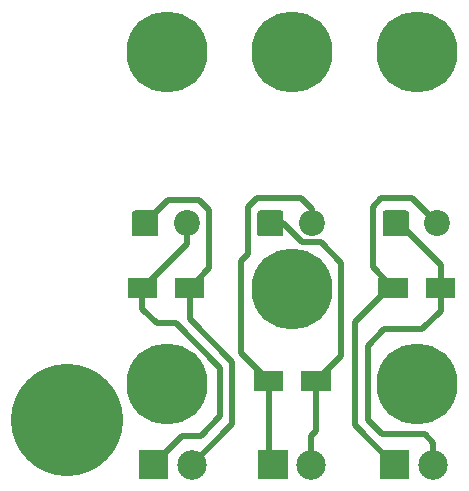
<source format=gtl>
G04 start of page 2 for group 3 layer_idx 0 *
G04 Title: (unknown), top_copper *
G04 Creator: pcb-rnd 2.2.1 *
G04 CreationDate: 2020-06-04 21:46:31 UTC *
G04 For:  *
G04 Format: Gerber/RS-274X *
G04 PCB-Dimensions: 500000 500000 *
G04 PCB-Coordinate-Origin: lower left *
%MOIN*%
%FSLAX25Y25*%
%LNTOP_COPPER_NONE_3*%
%ADD20C,0.0394*%
%ADD19C,0.0591*%
%ADD18C,0.3150*%
%ADD17C,0.1285*%
%ADD16C,0.0866*%
%ADD15C,0.0984*%
%ADD14C,0.0001*%
%ADD13C,0.3740*%
%ADD12C,0.2700*%
%ADD11C,0.0200*%
G54D11*X192913Y151969D02*X191929Y150984D01*
X192913Y172480D02*Y172638D01*
X200591Y180315D01*
X191929Y150984D02*Y144094D01*
X206693Y151969D02*X207677Y150984D01*
X206693Y165748D02*X193012Y152067D01*
X214173Y157480D02*X207677Y150984D01*
X210827Y180315D02*X200591D01*
X191929Y144094D02*X196850Y139173D01*
X214173Y176969D02*Y157480D01*
X196850Y139173D02*X203150D01*
X207677Y140551D02*Y150984D01*
X206693Y172480D02*Y165748D01*
X248425Y170669D02*Y177362D01*
X234488Y172480D02*X238937D01*
X245276Y166142D01*
X268701Y177953D02*Y157874D01*
X275591Y150984D01*
X245276Y166142D02*X251378D01*
X258071Y159449D01*
X275591Y150984D02*X274016D01*
X232874Y121260D02*X234055Y120079D01*
X276417Y151811D02*X275591Y150984D01*
X258071Y159449D02*Y128346D01*
X274016Y150984D02*X262795Y139764D01*
X267126Y131693D02*X272638Y137205D01*
X285236D01*
X291339Y143307D01*
Y150394D01*
X258071Y128346D02*X249803Y120079D01*
X234055D02*Y93504D01*
X249803Y120079D02*Y103346D01*
X234055Y93504D02*X235433Y92126D01*
X249803Y103346D02*X248228Y101772D01*
Y92126D01*
X248228Y92126D01*
X275984Y92126D02*X275984Y92126D01*
X262795Y105315D02*X275984Y92126D01*
X271850Y102165D02*X267126Y106890D01*
X288780Y92126D02*Y99409D01*
X286024Y102165D01*
X271850D01*
X267126Y106890D02*Y131693D01*
X262795Y139764D02*Y105315D01*
X248425Y177362D02*X244882Y180906D01*
X271654D02*X268701Y177953D01*
X276417Y172480D02*X277520D01*
X290197D02*X290118D01*
X281693Y180906D01*
X271654D01*
X277520Y172480D02*X291339Y158661D01*
Y150984D01*
X290197Y152126D02*X291535Y150787D01*
X291339Y150394D02*X291634Y150689D01*
X244882Y180906D02*X230118D01*
X227165Y177953D01*
X210827Y180315D02*X214173Y176969D01*
X227165Y177953D02*Y162402D01*
X224803Y160039D01*
Y129331D01*
X234055Y120079D01*
X217913Y124409D02*Y108268D01*
X211417Y101772D01*
X205315D01*
X221850Y126378D02*Y105512D01*
X205315Y101772D02*X195669Y92126D01*
X203150Y139173D02*X217913Y124409D01*
X207677Y140551D02*X221850Y126378D01*
Y105512D02*X208465Y92126D01*
G54D12*X241929Y229528D03*
X200197D03*
X283661Y229488D03*
G54D13*X166929Y107087D03*
G54D12*X241929Y150787D03*
X200197Y119094D03*
G54D14*G36*
X187008Y154331D02*X196850D01*
Y147638D01*
X187008D01*
Y154331D01*
G37*
G36*
X202756D02*X212598D01*
Y147638D01*
X202756D01*
Y154331D01*
G37*
G36*
X229134Y123425D02*X238976D01*
Y116732D01*
X229134D01*
Y123425D01*
G37*
G54D12*X283661Y119055D03*
G54D14*G36*
X271063Y97047D02*X280905D01*
Y87205D01*
X271063D01*
Y97047D01*
G37*
G54D15*X288780Y92126D03*
G54D14*G36*
X270669Y154331D02*X280512D01*
Y147638D01*
X270669D01*
Y154331D01*
G37*
G36*
X286417D02*X296260D01*
Y147638D01*
X286417D01*
Y154331D01*
G37*
G36*
X244882Y123425D02*X254724D01*
Y116732D01*
X244882D01*
Y123425D01*
G37*
G36*
X280738Y176029D02*X280678Y176330D01*
X280507Y176585D01*
X280252Y176756D01*
X279951Y176816D01*
X272864D01*
X272563Y176756D01*
X272307Y176585D01*
X272136Y176330D01*
X272077Y176029D01*
Y168942D01*
X272136Y168641D01*
X272307Y168385D01*
X272563Y168215D01*
X272864Y168155D01*
X279951D01*
X280252Y168215D01*
X280507Y168385D01*
X280678Y168641D01*
X280738Y168942D01*
Y176029D01*
G37*
G54D16*X290187Y172485D03*
G54D14*G36*
X190748Y97047D02*X200591D01*
Y87205D01*
X190748D01*
Y97047D01*
G37*
G36*
X197244Y176024D02*X197184Y176325D01*
X197013Y176580D01*
X196758Y176751D01*
X196457Y176811D01*
X189370D01*
X189069Y176751D01*
X188813Y176580D01*
X188643Y176325D01*
X188583Y176024D01*
Y168937D01*
X188643Y168636D01*
X188813Y168380D01*
X189069Y168210D01*
X189370Y168150D01*
X196457D01*
X196758Y168210D01*
X197013Y168380D01*
X197184Y168636D01*
X197244Y168937D01*
Y176024D01*
G37*
G54D16*X206693Y172480D03*
G54D15*X208465Y92126D03*
G54D14*G36*
X230512Y97047D02*X240354D01*
Y87205D01*
X230512D01*
Y97047D01*
G37*
G36*
X238976Y176024D02*X238916Y176325D01*
X238746Y176580D01*
X238490Y176751D01*
X238189Y176811D01*
X231102D01*
X230801Y176751D01*
X230546Y176580D01*
X230375Y176325D01*
X230315Y176024D01*
Y168937D01*
X230375Y168636D01*
X230546Y168380D01*
X230801Y168210D01*
X231102Y168150D01*
X238189D01*
X238490Y168210D01*
X238746Y168380D01*
X238916Y168636D01*
X238976Y168937D01*
Y176024D01*
G37*
G54D16*X248425Y172480D03*
G54D15*X248228Y92126D03*
G54D17*G54D18*G54D17*G54D19*G54D20*G54D19*G54D20*G54D19*G54D20*G54D19*M02*

</source>
